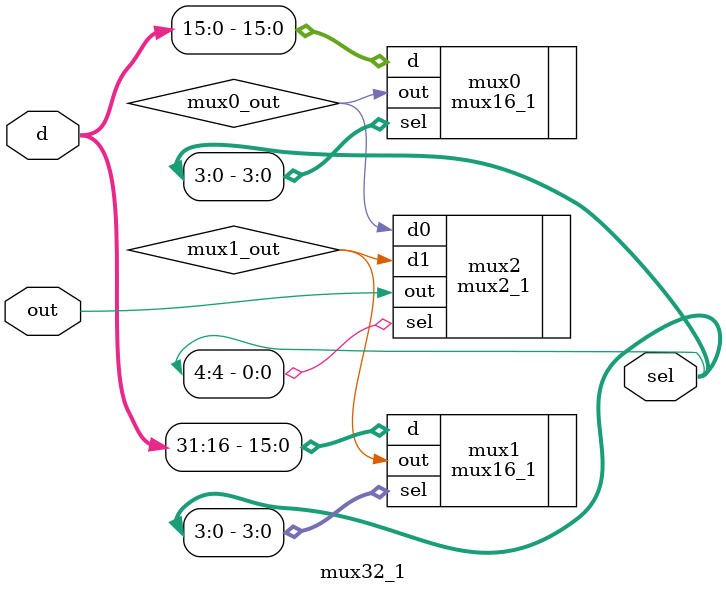
<source format=sv>
module mux32_1 (out, d, sel);
	input logic out;
	input logic [31:0] d;
	output logic [4:0] sel;
	
	logic mux0_out, mux1_out;
	
	mux16_1 mux0 (.out(mux0_out), .d(d[15:0]), .sel(sel[3:0]));
	mux16_1 mux1 (.out(mux1_out), .d(d[31:16]), .sel(sel[3:0]));
	mux2_1 mux2 (.out, .d0(mux0_out), .d1(mux1_out), .sel(sel[4]));

endmodule 
</source>
